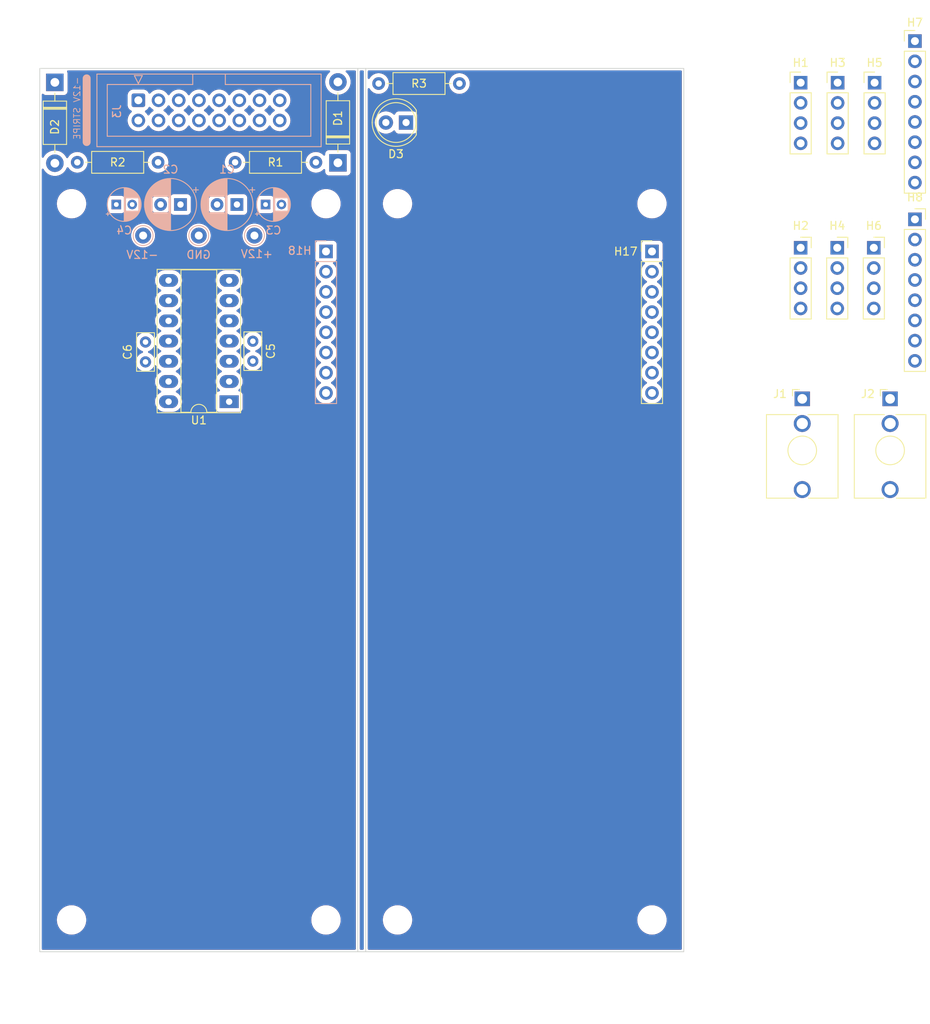
<source format=kicad_pcb>
(kicad_pcb (version 20240108) (generator "pcbnew") (generator_version "8.0")
  (layers (0 "F.Cu" signal) (31 "B.Cu" signal) (34 "B.Paste" user) (35 "F.Paste" user) (36 "B.SilkS" user "B.Silkscreen") (37 "F.SilkS" user "F.Silkscreen") (38 "B.Mask" user) (39 "F.Mask" user) (44 "Edge.Cuts" user))
  (net 0 "")
  (net 1 "+12V")
  (net 2 "GNDREF")
  (net 3 "-12V")
  (net 4 "Net-(D1-K)")
  (net 5 "Net-(D2-K)")
  (net 6 "Net-(D2-A)")
  (net 7 "Net-(D3-K)")
  (net 9 "Net-(D1-A)")
  (net 59 "Net-(U1C--)")
  (net 60 "Net-(U1D--)")
  (net 61 "Net-(U1A--)")
  (net 62 "Net-(U1B--)")
  (footprint "Synth:R_Default (DIN0207)" (layer "F.Cu") (at 65.75 59.8)
    (property "Reference" "R2" (at 5.05 0 0) (layer "F.SilkS"))
    (property "Value" "10")
    (pad "1" thru_hole circle (at -0.03 0) (size 1.6 1.6) (drill 0.8) (layers "*.Cu" "*.Mask") (net 6 "Net-(D2-A)"))
    (pad "2" thru_hole oval (at 10.13 0) (size 1.6 1.6) (drill 0.8) (layers "*.Cu" "*.Mask") (net 3 "-12V"))
  )
  (footprint "Synth:PinSocket_1x04_P2.54mm_Vertical" (layer "F.Cu") (at 165.9 70.54)
    (property "Reference" "H6" (at 0 -2.77 0) (layer "F.SilkS"))
    (property "Value" "H8")
    (pad "1" thru_hole rect (at 0 0) (size 1.7 1.7) (drill 1) (layers "*.Cu" "*.Mask"))
    (pad "2" thru_hole oval (at 0 2.54) (size 1.7 1.7) (drill 1) (layers "*.Cu" "*.Mask"))
    (pad "3" thru_hole oval (at 0 5.08) (size 1.7 1.7) (drill 1) (layers "*.Cu" "*.Mask"))
    (pad "4" thru_hole oval (at 0 7.62) (size 1.7 1.7) (drill 1) (layers "*.Cu" "*.Mask"))
  )
  (footprint "Synth:D_DO-41_SOD81_P10.16mm_Horizontal" (layer "F.Cu") (at 98.5 59.81 90)
    (property "Reference" "D1" (at 5.55 0 -90) (layer "F.SilkS"))
    (property "Value" "1N5819")
    (pad "1" thru_hole rect (at -0.05 0 90) (size 2.2 2.2) (drill 1.1) (layers "*.Cu" "*.Mask") (net 4 "Net-(D1-K)"))
    (pad "2" thru_hole oval (at 10.11 0 90) (size 2.2 2.2) (drill 1.1) (layers "*.Cu" "*.Mask") (net 9 "Net-(D1-A)"))
  )
  (footprint "Synth:PinHeader_1x08_P2.54mm_Vertical" (layer "F.Cu") (at 171.07 44.565)
    (property "Reference" "H7" (at 0 -2.33 0) (layer "F.SilkS"))
    (property "Value" "H2")
    (pad "1" thru_hole rect (at 0 0) (size 1.7 1.7) (drill 1) (layers "*.Cu" "*.Mask"))
    (pad "2" thru_hole oval (at 0 2.54) (size 1.7 1.7) (drill 1) (layers "*.Cu" "*.Mask"))
    (pad "3" thru_hole oval (at 0 5.08) (size 1.7 1.7) (drill 1) (layers "*.Cu" "*.Mask"))
    (pad "4" thru_hole oval (at 0 7.62) (size 1.7 1.7) (drill 1) (layers "*.Cu" "*.Mask"))
    (pad "5" thru_hole oval (at 0 10.16) (size 1.7 1.7) (drill 1) (layers "*.Cu" "*.Mask"))
    (pad "6" thru_hole oval (at 0 12.7) (size 1.7 1.7) (drill 1) (layers "*.Cu" "*.Mask"))
    (pad "7" thru_hole oval (at 0 15.24) (size 1.7 1.7) (drill 1) (layers "*.Cu" "*.Mask"))
    (pad "8" thru_hole oval (at 0 17.78) (size 1.7 1.7) (drill 1) (layers "*.Cu" "*.Mask"))
  )
  (footprint "Synth:PinHeader_1x04_P2.54mm_Vertical" (layer "F.Cu") (at 161.35 49.79)
    (property "Reference" "H3" (at 0 -2.5 0) (layer "F.SilkS"))
    (property "Value" "H5")
    (pad "1" thru_hole rect (at 0 0) (size 1.7 1.7) (drill 1) (layers "*.Cu" "*.Mask"))
    (pad "2" thru_hole oval (at 0 2.54) (size 1.7 1.7) (drill 1) (layers "*.Cu" "*.Mask"))
    (pad "3" thru_hole oval (at 0 5.08) (size 1.7 1.7) (drill 1) (layers "*.Cu" "*.Mask"))
    (pad "4" thru_hole oval (at 0 7.62) (size 1.7 1.7) (drill 1) (layers "*.Cu" "*.Mask"))
  )
  (footprint "Synth:LED_D5.0mm (center Aligned)" (layer "F.Cu") (at 105.8 54.8 180)
    (property "Reference" "D3" (at 0 -3.96 180) (layer "F.SilkS"))
    (property "Value" "LED")
    (pad "1" thru_hole rect (at -1.27 0 180) (size 1.8 1.8) (drill 0.9) (layers "*.Cu" "*.Mask") (net 7 "Net-(D3-K)"))
    (pad "2" thru_hole circle (at 1.27 0 180) (size 1.8 1.8) (drill 0.9) (layers "*.Cu" "*.Mask") (net 1 "+12V"))
  )
  (footprint "Capacitor_THT:C_Rect_L4.6mm_W2.0mm_P2.50mm_MKS02_FKP02" (layer "F.Cu") (at 87.8 82.28 -90)
    (property "Reference" "C5" (at 1.25 -2.25 90) (layer "F.SilkS"))
    (property "Value" "0.1uF")
    (pad "1" thru_hole circle (at 0 0 270) (size 1.4 1.4) (drill 0.7) (layers "*.Cu" "*.Mask") (net 1 "+12V"))
    (pad "2" thru_hole circle (at 2.5 0 270) (size 1.4 1.4) (drill 0.7) (layers "*.Cu" "*.Mask") (net 2 "GNDREF"))
  )
  (footprint "Synth:PinHeader_1x08_P2.54mm_Vertical" (layer "F.Cu") (at 138 71)
    (property "Reference" "H17" (at -3.3 0 0) (layer "F.SilkS"))
    (property "Value" "H17")
    (pad "1" thru_hole rect (at 0 0) (size 1.7 1.7) (drill 1) (layers "*.Cu" "*.Mask") (net 1 "+12V"))
    (pad "2" thru_hole oval (at 0 2.54) (size 1.7 1.7) (drill 1) (layers "*.Cu" "*.Mask") (net 1 "+12V"))
    (pad "3" thru_hole oval (at 0 5.08) (size 1.7 1.7) (drill 1) (layers "*.Cu" "*.Mask") (net 2 "GNDREF"))
    (pad "4" thru_hole oval (at 0 7.62) (size 1.7 1.7) (drill 1) (layers "*.Cu" "*.Mask") (net 2 "GNDREF"))
    (pad "5" thru_hole oval (at 0 10.16) (size 1.7 1.7) (drill 1) (layers "*.Cu" "*.Mask") (net 2 "GNDREF"))
    (pad "6" thru_hole oval (at 0 12.7) (size 1.7 1.7) (drill 1) (layers "*.Cu" "*.Mask") (net 2 "GNDREF"))
    (pad "7" thru_hole oval (at 0 15.24) (size 1.7 1.7) (drill 1) (layers "*.Cu" "*.Mask") (net 3 "-12V"))
    (pad "8" thru_hole oval (at 0 17.78) (size 1.7 1.7) (drill 1) (layers "*.Cu" "*.Mask") (net 3 "-12V"))
  )
  (footprint "MountingHole:MountingHole_3.2mm_M3" (layer "F.Cu") (at 97 155)
    (property "Reference" "H14" (hide yes))
    (property "Value" "MountingHole")
    (pad "" np_thru_hole circle (at 0 0) (size 3.2 3.2) (drill 3.2) (layers "*.Cu" "*.Mask"))
  )
  (footprint "MountingHole:MountingHole_3.2mm_M3" (layer "F.Cu") (at 138 65)
    (property "Reference" "H9" (hide yes))
    (property "Value" "MountingHole")
    (pad "" np_thru_hole circle (at 0 0) (size 3.2 3.2) (drill 3.2) (layers "*.Cu" "*.Mask"))
  )
  (footprint "MountingHole:MountingHole_3.2mm_M3" (layer "F.Cu") (at 106 155)
    (property "Reference" "H16" (hide yes))
    (property "Value" "MountingHole")
    (pad "" np_thru_hole circle (at 0 0) (size 3.2 3.2) (drill 3.2) (layers "*.Cu" "*.Mask"))
  )
  (footprint "Capacitor_THT:C_Rect_L4.6mm_W2.0mm_P2.50mm_MKS02_FKP02" (layer "F.Cu") (at 74.3 84.88 90)
    (property "Reference" "C6" (at 1.25 -2.25 -90) (layer "F.SilkS"))
    (property "Value" "0.1uF")
    (pad "1" thru_hole circle (at 0 0 90) (size 1.4 1.4) (drill 0.7) (layers "*.Cu" "*.Mask") (net 2 "GNDREF"))
    (pad "2" thru_hole circle (at 2.5 0 90) (size 1.4 1.4) (drill 0.7) (layers "*.Cu" "*.Mask") (net 3 "-12V"))
  )
  (footprint "Package_DIP:DIP-14_W7.62mm_Socket_LongPads" (layer "F.Cu") (at 84.82 89.88 180)
    (property "Reference" "U1" (at 3.81 -2.33 180) (layer "F.SilkS"))
    (property "Value" "TL074")
    (pad "1" thru_hole rect (at 0 0 180) (size 2.4 1.6) (drill 0.8) (layers "*.Cu" "*.Mask") (net 61 "Net-(U1A--)"))
    (pad "2" thru_hole oval (at 0 2.54 180) (size 2.4 1.6) (drill 0.8) (layers "*.Cu" "*.Mask") (net 61 "Net-(U1A--)"))
    (pad "3" thru_hole oval (at 0 5.08 180) (size 2.4 1.6) (drill 0.8) (layers "*.Cu" "*.Mask") (net 2 "GNDREF"))
    (pad "4" thru_hole oval (at 0 7.62 180) (size 2.4 1.6) (drill 0.8) (layers "*.Cu" "*.Mask") (net 1 "+12V"))
    (pad "5" thru_hole oval (at 0 10.16 180) (size 2.4 1.6) (drill 0.8) (layers "*.Cu" "*.Mask") (net 2 "GNDREF"))
    (pad "6" thru_hole oval (at 0 12.7 180) (size 2.4 1.6) (drill 0.8) (layers "*.Cu" "*.Mask") (net 62 "Net-(U1B--)"))
    (pad "7" thru_hole oval (at 0 15.24 180) (size 2.4 1.6) (drill 0.8) (layers "*.Cu" "*.Mask") (net 62 "Net-(U1B--)"))
    (pad "8" thru_hole oval (at 7.62 15.24 180) (size 2.4 1.6) (drill 0.8) (layers "*.Cu" "*.Mask") (net 59 "Net-(U1C--)"))
    (pad "9" thru_hole oval (at 7.62 12.7 180) (size 2.4 1.6) (drill 0.8) (layers "*.Cu" "*.Mask") (net 59 "Net-(U1C--)"))
    (pad "10" thru_hole oval (at 7.62 10.16 180) (size 2.4 1.6) (drill 0.8) (layers "*.Cu" "*.Mask") (net 2 "GNDREF"))
    (pad "11" thru_hole oval (at 7.62 7.62 180) (size 2.4 1.6) (drill 0.8) (layers "*.Cu" "*.Mask") (net 3 "-12V"))
    (pad "12" thru_hole oval (at 7.62 5.08 180) (size 2.4 1.6) (drill 0.8) (layers "*.Cu" "*.Mask") (net 2 "GNDREF"))
    (pad "13" thru_hole oval (at 7.62 2.54 180) (size 2.4 1.6) (drill 0.8) (layers "*.Cu" "*.Mask") (net 60 "Net-(U1D--)"))
    (pad "14" thru_hole oval (at 7.62 0 180) (size 2.4 1.6) (drill 0.8) (layers "*.Cu" "*.Mask") (net 60 "Net-(U1D--)"))
  )
  (footprint "MountingHole:MountingHole_3.2mm_M3" (layer "F.Cu") (at 97 65)
    (property "Reference" "H10" (hide yes))
    (property "Value" "MountingHole")
    (pad "" np_thru_hole circle (at 0 0) (size 3.2 3.2) (drill 3.2) (layers "*.Cu" "*.Mask"))
  )
  (footprint "Synth:R_Default (DIN0207)" (layer "F.Cu") (at 95.7 59.8 180)
    (property "Reference" "R1" (at 5.05 0 180) (layer "F.SilkS"))
    (property "Value" "10")
    (pad "1" thru_hole circle (at -0.03 0 180) (size 1.6 1.6) (drill 0.8) (layers "*.Cu" "*.Mask") (net 4 "Net-(D1-K)"))
    (pad "2" thru_hole oval (at 10.13 0 180) (size 1.6 1.6) (drill 0.8) (layers "*.Cu" "*.Mask") (net 1 "+12V"))
  )
  (footprint "Synth:Jack_3.5mm_QingPu_WQP-PJ398SM_Vertical_CircularHoles" (layer "F.Cu") (at 156.9 96)
    (property "Reference" "J1" (at -2.8 -7.1 180) (layer "F.SilkS"))
    (property "Value" "INPUT")
    (pad "S" thru_hole rect (at 0 -6.48 180) (size 1.93 1.83) (drill 1.22) (layers "*.Cu" "*.Mask") (net 2 "GNDREF"))
    (pad "T" thru_hole circle (at 0 4.92 180) (size 2.13 2.13) (drill 1.43) (layers "*.Cu" "*.Mask"))
    (pad "TN" thru_hole circle (at 0 -3.38 180) (size 2.13 2.13) (drill 1.42) (layers "*.Cu" "*.Mask"))
    (zone (net 0) (net_name "") (layer "F.Cu") (connect_pads (clearance 0)) (min_thickness 0.254)
      (keepout (tracks not_allowed) (vias not_allowed) (pads not_allowed) (copperpour not_allowed) (footprints not_allowed))
      (fill (thermal_gap 0.508) (thermal_bridge_width 0.508))
      (polygon (pts (xy 158.405141 96) (xy 158.38493 95.754171) (xy 158.324841 95.514945) (xy 158.226486 95.288744) (xy 158.092508 95.081645) (xy 157.926504 94.89921) (xy 157.732932 94.746336) (xy 157.516992 94.627131) (xy 157.284482 94.544794) (xy 157.041646 94.501539) (xy 156.795007 94.498525) (xy 156.551187 94.535835) (xy 156.316734 94.612466) (xy 156.097946 94.72636) (xy 155.900697 94.874458) (xy 155.730286 95.052784) (xy 155.591288 95.256548) (xy 155.487436 95.480278) (xy 155.421519 95.717965) (xy 155.395308 95.963226) (xy 155.409507 96.209475) (xy 155.463734 96.450099) (xy 155.556532 96.678634) (xy 155.685411 96.888945) (xy 155.846908 97.075382) (xy 156.036687 97.232939) (xy 156.24965 97.357385) (xy 156.480079 97.445377) (xy 156.721785 97.494553) (xy 156.968278 97.503592) (xy 157.212936 97.47225) (xy 157.449191 97.40137) (xy 157.670697 97.292856) (xy 157.871505 97.149621) (xy 158.046223 96.975512) (xy 158.190158 96.775205) (xy 158.299445 96.554079) (xy 158.371149 96.318074) (xy 158.403344 96.073526)))
    )
  )
  (footprint "Synth:PinHeader_1x04_P2.54mm_Vertical" (layer "F.Cu") (at 156.7 49.79)
    (property "Reference" "H1" (at 0 -2.5 0) (layer "F.SilkS"))
    (property "Value" "H1")
    (pad "1" thru_hole rect (at 0 0) (size 1.7 1.7) (drill 1) (layers "*.Cu" "*.Mask"))
    (pad "2" thru_hole oval (at 0 2.54) (size 1.7 1.7) (drill 1) (layers "*.Cu" "*.Mask"))
    (pad "3" thru_hole oval (at 0 5.08) (size 1.7 1.7) (drill 1) (layers "*.Cu" "*.Mask"))
    (pad "4" thru_hole oval (at 0 7.62) (size 1.7 1.7) (drill 1) (layers "*.Cu" "*.Mask"))
  )
  (footprint "Synth:PinSocket_1x04_P2.54mm_Vertical" (layer "F.Cu") (at 161.3 70.54)
    (property "Reference" "H4" (at 0 -2.77 0) (layer "F.SilkS"))
    (property "Value" "H6")
    (pad "1" thru_hole rect (at 0 0) (size 1.7 1.7) (drill 1) (layers "*.Cu" "*.Mask"))
    (pad "2" thru_hole oval (at 0 2.54) (size 1.7 1.7) (drill 1) (layers "*.Cu" "*.Mask"))
    (pad "3" thru_hole oval (at 0 5.08) (size 1.7 1.7) (drill 1) (layers "*.Cu" "*.Mask"))
    (pad "4" thru_hole oval (at 0 7.62) (size 1.7 1.7) (drill 1) (layers "*.Cu" "*.Mask"))
  )
  (footprint "MountingHole:MountingHole_3.2mm_M3" (layer "F.Cu") (at 106 65)
    (property "Reference" "H11" (hide yes))
    (property "Value" "MountingHole")
    (pad "" np_thru_hole circle (at 0 0) (size 3.2 3.2) (drill 3.2) (layers "*.Cu" "*.Mask"))
  )
  (footprint "MountingHole:MountingHole_3.2mm_M3" (layer "F.Cu") (at 138 155)
    (property "Reference" "H13" (hide yes))
    (property "Value" "MountingHole")
    (pad "" np_thru_hole circle (at 0 0) (size 3.2 3.2) (drill 3.2) (layers "*.Cu" "*.Mask"))
  )
  (footprint "Synth:PinSocket_1x04_P2.54mm_Vertical" (layer "F.Cu") (at 156.7 70.54)
    (property "Reference" "H2" (at 0 -2.77 0) (layer "F.SilkS"))
    (property "Value" "H3")
    (pad "1" thru_hole rect (at 0 0) (size 1.7 1.7) (drill 1) (layers "*.Cu" "*.Mask"))
    (pad "2" thru_hole oval (at 0 2.54) (size 1.7 1.7) (drill 1) (layers "*.Cu" "*.Mask"))
    (pad "3" thru_hole oval (at 0 5.08) (size 1.7 1.7) (drill 1) (layers "*.Cu" "*.Mask"))
    (pad "4" thru_hole oval (at 0 7.62) (size 1.7 1.7) (drill 1) (layers "*.Cu" "*.Mask"))
  )
  (footprint "Synth:Jack_3.5mm_QingPu_WQP-PJ398SM_Vertical_CircularHoles" (layer "F.Cu") (at 167.95 96)
    (property "Reference" "J2" (at -2.8 -7.1 180) (layer "F.SilkS"))
    (property "Value" "OUTPUT")
    (pad "S" thru_hole rect (at 0 -6.48 180) (size 1.93 1.83) (drill 1.22) (layers "*.Cu" "*.Mask") (net 2 "GNDREF"))
    (pad "T" thru_hole circle (at 0 4.92 180) (size 2.13 2.13) (drill 1.43) (layers "*.Cu" "*.Mask"))
    (pad "TN" thru_hole circle (at 0 -3.38 180) (size 2.13 2.13) (drill 1.42) (layers "*.Cu" "*.Mask"))
    (zone (net 0) (net_name "") (layer "F.Cu") (connect_pads (clearance 0)) (min_thickness 0.254)
      (keepout (tracks not_allowed) (vias not_allowed) (pads not_allowed) (copperpour not_allowed) (footprints not_allowed))
      (fill (thermal_gap 0.508) (thermal_bridge_width 0.508))
      (polygon (pts (xy 169.455141 96) (xy 169.43493 95.754171) (xy 169.374841 95.514945) (xy 169.276486 95.288744) (xy 169.142508 95.081645) (xy 168.976504 94.89921) (xy 168.782932 94.746336) (xy 168.566992 94.627131) (xy 168.334482 94.544794) (xy 168.091646 94.501539) (xy 167.845007 94.498525) (xy 167.601187 94.535835) (xy 167.366734 94.612466) (xy 167.147946 94.72636) (xy 166.950697 94.874458) (xy 166.780286 95.052784) (xy 166.641288 95.256548) (xy 166.537436 95.480278) (xy 166.471519 95.717965) (xy 166.445308 95.963226) (xy 166.459507 96.209475) (xy 166.513734 96.450099) (xy 166.606532 96.678634) (xy 166.735411 96.888945) (xy 166.896908 97.075382) (xy 167.086687 97.232939) (xy 167.29965 97.357385) (xy 167.530079 97.445377) (xy 167.771785 97.494553) (xy 168.018278 97.503592) (xy 168.262936 97.47225) (xy 168.499191 97.40137) (xy 168.720697 97.292856) (xy 168.921505 97.149621) (xy 169.096223 96.975512) (xy 169.240158 96.775205) (xy 169.349445 96.554079) (xy 169.421149 96.318074) (xy 169.453344 96.073526)))
    )
  )
  (footprint "Synth:PinHeader_1x04_P2.54mm_Vertical" (layer "F.Cu") (at 166 49.79)
    (property "Reference" "H5" (at 0 -2.5 0) (layer "F.SilkS"))
    (property "Value" "H7")
    (pad "1" thru_hole rect (at 0 0) (size 1.7 1.7) (drill 1) (layers "*.Cu" "*.Mask"))
    (pad "2" thru_hole oval (at 0 2.54) (size 1.7 1.7) (drill 1) (layers "*.Cu" "*.Mask"))
    (pad "3" thru_hole oval (at 0 5.08) (size 1.7 1.7) (drill 1) (layers "*.Cu" "*.Mask"))
    (pad "4" thru_hole oval (at 0 7.62) (size 1.7 1.7) (drill 1) (layers "*.Cu" "*.Mask"))
  )
  (footprint "Synth:PinSocket_1x08_P2.54mm_Vertical" (layer "F.Cu") (at 171.07 66.965)
    (property "Reference" "H8" (at 0 -2.77 0) (layer "F.SilkS"))
    (property "Value" "H4")
    (pad "1" thru_hole rect (at 0 0) (size 1.7 1.7) (drill 1) (layers "*.Cu" "*.Mask"))
    (pad "2" thru_hole oval (at 0 2.54) (size 1.7 1.7) (drill 1) (layers "*.Cu" "*.Mask"))
    (pad "3" thru_hole oval (at 0 5.08) (size 1.7 1.7) (drill 1) (layers "*.Cu" "*.Mask"))
    (pad "4" thru_hole oval (at 0 7.62) (size 1.7 1.7) (drill 1) (layers "*.Cu" "*.Mask"))
    (pad "5" thru_hole oval (at 0 10.16) (size 1.7 1.7) (drill 1) (layers "*.Cu" "*.Mask"))
    (pad "6" thru_hole oval (at 0 12.7) (size 1.7 1.7) (drill 1) (layers "*.Cu" "*.Mask"))
    (pad "7" thru_hole oval (at 0 15.24) (size 1.7 1.7) (drill 1) (layers "*.Cu" "*.Mask"))
    (pad "8" thru_hole oval (at 0 17.78) (size 1.7 1.7) (drill 1) (layers "*.Cu" "*.Mask"))
  )
  (footprint "Synth:R_Default (DIN0207)" (layer "F.Cu") (at 103.65 49.9)
    (property "Reference" "R3" (at 5.05 0 0) (layer "F.SilkS"))
    (property "Value" "500R")
    (pad "1" thru_hole circle (at -0.03 0) (size 1.6 1.6) (drill 0.8) (layers "*.Cu" "*.Mask") (net 2 "GNDREF"))
    (pad "2" thru_hole oval (at 10.13 0) (size 1.6 1.6) (drill 0.8) (layers "*.Cu" "*.Mask") (net 7 "Net-(D3-K)"))
  )
  (footprint "MountingHole:MountingHole_3.2mm_M3" (layer "F.Cu") (at 65 65)
    (property "Reference" "H12" (hide yes))
    (property "Value" "MountingHole")
    (pad "" np_thru_hole circle (at 0 0) (size 3.2 3.2) (drill 3.2) (layers "*.Cu" "*.Mask"))
  )
  (footprint "MountingHole:MountingHole_3.2mm_M3" (layer "F.Cu") (at 65 155)
    (property "Reference" "H15" (hide yes))
    (property "Value" "MountingHole")
    (pad "" np_thru_hole circle (at 0 0) (size 3.2 3.2) (drill 3.2) (layers "*.Cu" "*.Mask"))
  )
  (footprint "Synth:D_DO-41_SOD81_P10.16mm_Horizontal" (layer "F.Cu") (at 62.9 49.8 -90)
    (property "Reference" "D2" (at 5.55 0 90) (layer "F.SilkS"))
    (property "Value" "1N5819")
    (pad "1" thru_hole rect (at -0.05 0 270) (size 2.2 2.2) (drill 1.1) (layers "*.Cu" "*.Mask") (net 5 "Net-(D2-K)"))
    (pad "2" thru_hole oval (at 10.11 0 270) (size 2.2 2.2) (drill 1.1) (layers "*.Cu" "*.Mask") (net 6 "Net-(D2-A)"))
  )
  (footprint "Synth:IDC-Header_2x08_P2.54mm_Vertical" (layer "B.Cu") (at 73.4 52 -90)
    (property "Reference" "J3" (at 1.4 2.7 90) (layer "B.SilkS") (effects (justify mirror)))
    (property "Value" "PWR")
    (fp_text user "-12V STRIPE" (at -3 7.25 90) (layer "B.SilkS") (effects (font (size 0.8 0.8) (thickness 0.1)) (justify left bottom mirror)))
    (pad "1" thru_hole roundrect (at 0 0 270) (size 1.7 1.7) (drill 1) (layers "*.Cu" "*.Mask") (roundrect_rratio 0.147059) (net 5 "Net-(D2-K)"))
    (pad "2" thru_hole circle (at 2.54 0 270) (size 1.7 1.7) (drill 1) (layers "*.Cu" "*.Mask") (net 5 "Net-(D2-K)"))
    (pad "3" thru_hole circle (at 0 -2.54 270) (size 1.7 1.7) (drill 1) (layers "*.Cu" "*.Mask") (net 2 "GNDREF"))
    (pad "4" thru_hole circle (at 2.54 -2.54 270) (size 1.7 1.7) (drill 1) (layers "*.Cu" "*.Mask") (net 2 "GNDREF"))
    (pad "5" thru_hole circle (at 0 -5.08 270) (size 1.7 1.7) (drill 1) (layers "*.Cu" "*.Mask") (net 2 "GNDREF"))
    (pad "6" thru_hole circle (at 2.54 -5.08 270) (size 1.7 1.7) (drill 1) (layers "*.Cu" "*.Mask") (net 2 "GNDREF"))
    (pad "7" thru_hole circle (at 0 -7.62 270) (size 1.7 1.7) (drill 1) (layers "*.Cu" "*.Mask") (net 2 "GNDREF"))
    (pad "8" thru_hole circle (at 2.54 -7.62 270) (size 1.7 1.7) (drill 1) (layers "*.Cu" "*.Mask") (net 2 "GNDREF"))
    (pad "9" thru_hole circle (at 0 -10.16 270) (size 1.7 1.7) (drill 1) (layers "*.Cu" "*.Mask") (net 9 "Net-(D1-A)"))
    (pad "10" thru_hole circle (at 2.54 -10.16 270) (size 1.7 1.7) (drill 1) (layers "*.Cu" "*.Mask") (net 9 "Net-(D1-A)"))
    (pad "11" thru_hole circle (at 0 -12.7 270) (size 1.7 1.7) (drill 1) (layers "*.Cu" "*.Mask"))
    (pad "12" thru_hole circle (at 2.54 -12.7 270) (size 1.7 1.7) (drill 1) (layers "*.Cu" "*.Mask"))
    (pad "13" thru_hole circle (at 0 -15.24 270) (size 1.7 1.7) (drill 1) (layers "*.Cu" "*.Mask"))
    (pad "14" thru_hole circle (at 2.54 -15.24 270) (size 1.7 1.7) (drill 1) (layers "*.Cu" "*.Mask"))
    (pad "15" thru_hole circle (at 0 -17.78 270) (size 1.7 1.7) (drill 1) (layers "*.Cu" "*.Mask"))
    (pad "16" thru_hole circle (at 2.54 -17.78 270) (size 1.7 1.7) (drill 1) (layers "*.Cu" "*.Mask"))
  )
  (footprint "Connector_Pin:Pin_D1.0mm_L10.0mm" (layer "B.Cu") (at 81 69 180)
    (property "Reference" "TP2" (hide yes))
    (property "Value" "GND")
    (pad "1" thru_hole circle (at 0 0 180) (size 2 2) (drill 1) (layers "*.Cu" "*.Mask") (net 2 "GNDREF"))
  )
  (footprint "Synth:PinSocket_1x08_P2.54mm_Vertical" (layer "B.Cu") (at 97 71 180)
    (property "Reference" "H18" (at 3.3 0.1 180) (layer "B.SilkS") (effects (justify mirror)))
    (property "Value" "H18")
    (pad "1" thru_hole rect (at 0 0 180) (size 1.7 1.7) (drill 1) (layers "*.Cu" "*.Mask") (net 1 "+12V"))
    (pad "2" thru_hole oval (at 0 -2.54 180) (size 1.7 1.7) (drill 1) (layers "*.Cu" "*.Mask") (net 1 "+12V"))
    (pad "3" thru_hole oval (at 0 -5.08 180) (size 1.7 1.7) (drill 1) (layers "*.Cu" "*.Mask") (net 2 "GNDREF"))
    (pad "4" thru_hole oval (at 0 -7.62 180) (size 1.7 1.7) (drill 1) (layers "*.Cu" "*.Mask") (net 2 "GNDREF"))
    (pad "5" thru_hole oval (at 0 -10.16 180) (size 1.7 1.7) (drill 1) (layers "*.Cu" "*.Mask") (net 2 "GNDREF"))
    (pad "6" thru_hole oval (at 0 -12.7 180) (size 1.7 1.7) (drill 1) (layers "*.Cu" "*.Mask") (net 2 "GNDREF"))
    (pad "7" thru_hole oval (at 0 -15.24 180) (size 1.7 1.7) (drill 1) (layers "*.Cu" "*.Mask") (net 3 "-12V"))
    (pad "8" thru_hole oval (at 0 -17.78 180) (size 1.7 1.7) (drill 1) (layers "*.Cu" "*.Mask") (net 3 "-12V"))
  )
  (footprint "Connector_Pin:Pin_D1.0mm_L10.0mm" (layer "B.Cu") (at 88 69 180)
    (property "Reference" "TP1" (hide yes))
    (property "Value" "+12V")
    (pad "1" thru_hole circle (at 0 0 180) (size 2 2) (drill 1) (layers "*.Cu" "*.Mask") (net 1 "+12V"))
  )
  (footprint "Capacitor_THT:CP_Radial_D6.3mm_P2.50mm" (layer "B.Cu") (at 78.7 65.1 180)
    (property "Reference" "C2" (at 1.25 4.4 180) (layer "B.SilkS") (effects (justify mirror)))
    (property "Value" "47uF")
    (pad "1" thru_hole rect (at 0 0 180) (size 1.6 1.6) (drill 0.8) (layers "*.Cu" "*.Mask") (net 2 "GNDREF"))
    (pad "2" thru_hole circle (at 2.5 0 180) (size 1.6 1.6) (drill 0.8) (layers "*.Cu" "*.Mask") (net 3 "-12V"))
  )
  (footprint "Capacitor_THT:CP_Radial_D4.0mm_P2.00mm" (layer "B.Cu") (at 70.627401 65.1)
    (property "Reference" "C4" (at 1 3.25 0) (layer "B.SilkS") (effects (justify mirror)))
    (property "Value" "0.1uF")
    (pad "1" thru_hole rect (at 0 0) (size 1.2 1.2) (drill 0.6) (layers "*.Cu" "*.Mask") (net 2 "GNDREF"))
    (pad "2" thru_hole circle (at 2 0) (size 1.2 1.2) (drill 0.6) (layers "*.Cu" "*.Mask") (net 3 "-12V"))
  )
  (footprint "Connector_Pin:Pin_D1.0mm_L10.0mm" (layer "B.Cu") (at 74 69 180)
    (property "Reference" "TP3" (hide yes))
    (property "Value" "-12V")
    (pad "1" thru_hole circle (at 0 0 180) (size 2 2) (drill 1) (layers "*.Cu" "*.Mask") (net 3 "-12V"))
  )
  (footprint "Capacitor_THT:CP_Radial_D6.3mm_P2.50mm" (layer "B.Cu") (at 85.8 65.1 180)
    (property "Reference" "C1" (at 1.25 4.4 180) (layer "B.SilkS") (effects (justify mirror)))
    (property "Value" "47uF")
    (pad "1" thru_hole rect (at 0 0 180) (size 1.6 1.6) (drill 0.8) (layers "*.Cu" "*.Mask") (net 1 "+12V"))
    (pad "2" thru_hole circle (at 2.5 0 180) (size 1.6 1.6) (drill 0.8) (layers "*.Cu" "*.Mask") (net 2 "GNDREF"))
  )
  (footprint "Capacitor_THT:CP_Radial_D4.0mm_P2.00mm" (layer "B.Cu") (at 89.4 65.1)
    (property "Reference" "C3" (at 1 3.25 0) (layer "B.SilkS") (effects (justify mirror)))
    (property "Value" "0.1uF")
    (pad "1" thru_hole rect (at 0 0) (size 1.2 1.2) (drill 0.6) (layers "*.Cu" "*.Mask") (net 1 "+12V"))
    (pad "2" thru_hole circle (at 2 0) (size 1.2 1.2) (drill 0.6) (layers "*.Cu" "*.Mask") (net 2 "GNDREF"))
  )
  (gr_line (start 101 48) (end 101 159) (stroke (width 0.1)) (layer "Edge.Cuts"))
  (gr_line (start 102 159) (end 102 48) (stroke (width 0.1)) (layer "Edge.Cuts"))
  (gr_rect (start 61 48) (end 142 159) (stroke (width 0.1)) (fill none) (layer "Edge.Cuts"))
  (gr_text "+12V" (at 90.4 71.9 0) (layer "B.SilkS") (effects (font (size 1 1)) (justify left bottom mirror)))
  (gr_text "GND" (at 82.6 72 0) (layer "B.SilkS") (effects (font (size 1 1)) (justify left bottom mirror)))
  (gr_text "-12V" (at 76 72 0) (layer "B.SilkS") (effects (font (size 1 1)) (justify left bottom mirror)))
  (zone (net 0) (net_name "") (layer "F.Cu") (priority 1) (connect_pads (clearance 0.5)) (min_thickness 0.25) (fill yes (thermal_gap 0.5) (thermal_bridge_width 0.5) (island_removal_mode 1) (island_area_min 10))
    (polygon (pts (xy 56 43) (xy 146 43) (xy 146 163) (xy 56 163)))
  )
  (zone (net 0) (net_name "") (layer "B.Cu") (connect_pads (clearance 0.5)) (min_thickness 0.25) (fill yes (thermal_gap 0.5) (thermal_bridge_width 0.5))
    (polygon (pts (xy 56 43) (xy 146 43) (xy 146 163) (xy 56 163)))
  )
)
</source>
